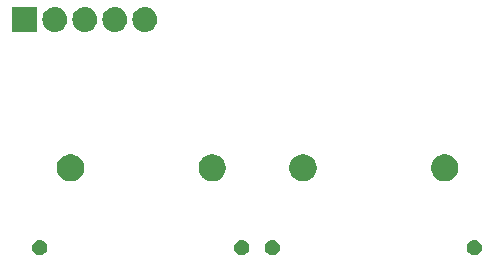
<source format=gbs>
G04 #@! TF.GenerationSoftware,KiCad,Pcbnew,(5.0.1)-3*
G04 #@! TF.CreationDate,2018-11-04T16:08:14+11:00*
G04 #@! TF.ProjectId,15_Channel_SSR_Driver,31355F4368616E6E656C5F5353525F44,1.1*
G04 #@! TF.SameCoordinates,PX7c25018PY69db1f0*
G04 #@! TF.FileFunction,Soldermask,Bot*
G04 #@! TF.FilePolarity,Negative*
%FSLAX46Y46*%
G04 Gerber Fmt 4.6, Leading zero omitted, Abs format (unit mm)*
G04 Created by KiCad (PCBNEW (5.0.1)-3) date 4/11/2018 4:08:14 PM*
%MOMM*%
%LPD*%
G01*
G04 APERTURE LIST*
%ADD10C,0.100000*%
G04 APERTURE END LIST*
D10*
G36*
X23517738Y-40648653D02*
X23559598Y-40656979D01*
X23594245Y-40671330D01*
X23677890Y-40705977D01*
X23784354Y-40777114D01*
X23874886Y-40867646D01*
X23946023Y-40974110D01*
X23995021Y-41092403D01*
X24020000Y-41217979D01*
X24020000Y-41346021D01*
X23995021Y-41471597D01*
X23946023Y-41589890D01*
X23874886Y-41696354D01*
X23784354Y-41786886D01*
X23677890Y-41858023D01*
X23594245Y-41892670D01*
X23559598Y-41907021D01*
X23517738Y-41915347D01*
X23434021Y-41932000D01*
X23305979Y-41932000D01*
X23222262Y-41915347D01*
X23180402Y-41907021D01*
X23145755Y-41892670D01*
X23062110Y-41858023D01*
X22955646Y-41786886D01*
X22865114Y-41696354D01*
X22793977Y-41589890D01*
X22744979Y-41471597D01*
X22720000Y-41346021D01*
X22720000Y-41217979D01*
X22744979Y-41092403D01*
X22793977Y-40974110D01*
X22865114Y-40867646D01*
X22955646Y-40777114D01*
X23062110Y-40705977D01*
X23145755Y-40671330D01*
X23180402Y-40656979D01*
X23222262Y-40648653D01*
X23305979Y-40632000D01*
X23434021Y-40632000D01*
X23517738Y-40648653D01*
X23517738Y-40648653D01*
G37*
G36*
X20932738Y-40648653D02*
X20974598Y-40656979D01*
X21009245Y-40671330D01*
X21092890Y-40705977D01*
X21199354Y-40777114D01*
X21289886Y-40867646D01*
X21361023Y-40974110D01*
X21410021Y-41092403D01*
X21435000Y-41217979D01*
X21435000Y-41346021D01*
X21410021Y-41471597D01*
X21361023Y-41589890D01*
X21289886Y-41696354D01*
X21199354Y-41786886D01*
X21092890Y-41858023D01*
X21009245Y-41892670D01*
X20974598Y-41907021D01*
X20932738Y-41915347D01*
X20849021Y-41932000D01*
X20720979Y-41932000D01*
X20637262Y-41915347D01*
X20595402Y-41907021D01*
X20560755Y-41892670D01*
X20477110Y-41858023D01*
X20370646Y-41786886D01*
X20280114Y-41696354D01*
X20208977Y-41589890D01*
X20159979Y-41471597D01*
X20135000Y-41346021D01*
X20135000Y-41217979D01*
X20159979Y-41092403D01*
X20208977Y-40974110D01*
X20280114Y-40867646D01*
X20370646Y-40777114D01*
X20477110Y-40705977D01*
X20560755Y-40671330D01*
X20595402Y-40656979D01*
X20637262Y-40648653D01*
X20720979Y-40632000D01*
X20849021Y-40632000D01*
X20932738Y-40648653D01*
X20932738Y-40648653D01*
G37*
G36*
X3832738Y-40648653D02*
X3874598Y-40656979D01*
X3909245Y-40671330D01*
X3992890Y-40705977D01*
X4099354Y-40777114D01*
X4189886Y-40867646D01*
X4261023Y-40974110D01*
X4310021Y-41092403D01*
X4335000Y-41217979D01*
X4335000Y-41346021D01*
X4310021Y-41471597D01*
X4261023Y-41589890D01*
X4189886Y-41696354D01*
X4099354Y-41786886D01*
X3992890Y-41858023D01*
X3909245Y-41892670D01*
X3874598Y-41907021D01*
X3832738Y-41915347D01*
X3749021Y-41932000D01*
X3620979Y-41932000D01*
X3537262Y-41915347D01*
X3495402Y-41907021D01*
X3460755Y-41892670D01*
X3377110Y-41858023D01*
X3270646Y-41786886D01*
X3180114Y-41696354D01*
X3108977Y-41589890D01*
X3059979Y-41471597D01*
X3035000Y-41346021D01*
X3035000Y-41217979D01*
X3059979Y-41092403D01*
X3108977Y-40974110D01*
X3180114Y-40867646D01*
X3270646Y-40777114D01*
X3377110Y-40705977D01*
X3460755Y-40671330D01*
X3495402Y-40656979D01*
X3537262Y-40648653D01*
X3620979Y-40632000D01*
X3749021Y-40632000D01*
X3832738Y-40648653D01*
X3832738Y-40648653D01*
G37*
G36*
X40617738Y-40648653D02*
X40659598Y-40656979D01*
X40694245Y-40671330D01*
X40777890Y-40705977D01*
X40884354Y-40777114D01*
X40974886Y-40867646D01*
X41046023Y-40974110D01*
X41095021Y-41092403D01*
X41120000Y-41217979D01*
X41120000Y-41346021D01*
X41095021Y-41471597D01*
X41046023Y-41589890D01*
X40974886Y-41696354D01*
X40884354Y-41786886D01*
X40777890Y-41858023D01*
X40694245Y-41892670D01*
X40659598Y-41907021D01*
X40617738Y-41915347D01*
X40534021Y-41932000D01*
X40405979Y-41932000D01*
X40322262Y-41915347D01*
X40280402Y-41907021D01*
X40245755Y-41892670D01*
X40162110Y-41858023D01*
X40055646Y-41786886D01*
X39965114Y-41696354D01*
X39893977Y-41589890D01*
X39844979Y-41471597D01*
X39820000Y-41346021D01*
X39820000Y-41217979D01*
X39844979Y-41092403D01*
X39893977Y-40974110D01*
X39965114Y-40867646D01*
X40055646Y-40777114D01*
X40162110Y-40705977D01*
X40245755Y-40671330D01*
X40280402Y-40656979D01*
X40322262Y-40648653D01*
X40405979Y-40632000D01*
X40534021Y-40632000D01*
X40617738Y-40648653D01*
X40617738Y-40648653D01*
G37*
G36*
X18610443Y-33436194D02*
X18819728Y-33522883D01*
X19008085Y-33648739D01*
X19168261Y-33808915D01*
X19294117Y-33997272D01*
X19380806Y-34206557D01*
X19425000Y-34428734D01*
X19425000Y-34655266D01*
X19380806Y-34877443D01*
X19294117Y-35086728D01*
X19168261Y-35275085D01*
X19008085Y-35435261D01*
X18819728Y-35561117D01*
X18610443Y-35647806D01*
X18388266Y-35692000D01*
X18161734Y-35692000D01*
X17939557Y-35647806D01*
X17730272Y-35561117D01*
X17541915Y-35435261D01*
X17381739Y-35275085D01*
X17255883Y-35086728D01*
X17169194Y-34877443D01*
X17125000Y-34655266D01*
X17125000Y-34428734D01*
X17169194Y-34206557D01*
X17255883Y-33997272D01*
X17381739Y-33808915D01*
X17541915Y-33648739D01*
X17730272Y-33522883D01*
X17939557Y-33436194D01*
X18161734Y-33392000D01*
X18388266Y-33392000D01*
X18610443Y-33436194D01*
X18610443Y-33436194D01*
G37*
G36*
X6620443Y-33436194D02*
X6829728Y-33522883D01*
X7018085Y-33648739D01*
X7178261Y-33808915D01*
X7304117Y-33997272D01*
X7390806Y-34206557D01*
X7435000Y-34428734D01*
X7435000Y-34655266D01*
X7390806Y-34877443D01*
X7304117Y-35086728D01*
X7178261Y-35275085D01*
X7018085Y-35435261D01*
X6829728Y-35561117D01*
X6620443Y-35647806D01*
X6398266Y-35692000D01*
X6171734Y-35692000D01*
X5949557Y-35647806D01*
X5740272Y-35561117D01*
X5551915Y-35435261D01*
X5391739Y-35275085D01*
X5265883Y-35086728D01*
X5179194Y-34877443D01*
X5135000Y-34655266D01*
X5135000Y-34428734D01*
X5179194Y-34206557D01*
X5265883Y-33997272D01*
X5391739Y-33808915D01*
X5551915Y-33648739D01*
X5740272Y-33522883D01*
X5949557Y-33436194D01*
X6171734Y-33392000D01*
X6398266Y-33392000D01*
X6620443Y-33436194D01*
X6620443Y-33436194D01*
G37*
G36*
X38295443Y-33436194D02*
X38504728Y-33522883D01*
X38693085Y-33648739D01*
X38853261Y-33808915D01*
X38979117Y-33997272D01*
X39065806Y-34206557D01*
X39110000Y-34428734D01*
X39110000Y-34655266D01*
X39065806Y-34877443D01*
X38979117Y-35086728D01*
X38853261Y-35275085D01*
X38693085Y-35435261D01*
X38504728Y-35561117D01*
X38295443Y-35647806D01*
X38073266Y-35692000D01*
X37846734Y-35692000D01*
X37624557Y-35647806D01*
X37415272Y-35561117D01*
X37226915Y-35435261D01*
X37066739Y-35275085D01*
X36940883Y-35086728D01*
X36854194Y-34877443D01*
X36810000Y-34655266D01*
X36810000Y-34428734D01*
X36854194Y-34206557D01*
X36940883Y-33997272D01*
X37066739Y-33808915D01*
X37226915Y-33648739D01*
X37415272Y-33522883D01*
X37624557Y-33436194D01*
X37846734Y-33392000D01*
X38073266Y-33392000D01*
X38295443Y-33436194D01*
X38295443Y-33436194D01*
G37*
G36*
X26305443Y-33436194D02*
X26514728Y-33522883D01*
X26703085Y-33648739D01*
X26863261Y-33808915D01*
X26989117Y-33997272D01*
X27075806Y-34206557D01*
X27120000Y-34428734D01*
X27120000Y-34655266D01*
X27075806Y-34877443D01*
X26989117Y-35086728D01*
X26863261Y-35275085D01*
X26703085Y-35435261D01*
X26514728Y-35561117D01*
X26305443Y-35647806D01*
X26083266Y-35692000D01*
X25856734Y-35692000D01*
X25634557Y-35647806D01*
X25425272Y-35561117D01*
X25236915Y-35435261D01*
X25076739Y-35275085D01*
X24950883Y-35086728D01*
X24864194Y-34877443D01*
X24820000Y-34655266D01*
X24820000Y-34428734D01*
X24864194Y-34206557D01*
X24950883Y-33997272D01*
X25076739Y-33808915D01*
X25236915Y-33648739D01*
X25425272Y-33522883D01*
X25634557Y-33436194D01*
X25856734Y-33392000D01*
X26083266Y-33392000D01*
X26305443Y-33436194D01*
X26305443Y-33436194D01*
G37*
G36*
X3463000Y-23021000D02*
X1363000Y-23021000D01*
X1363000Y-20921000D01*
X3463000Y-20921000D01*
X3463000Y-23021000D01*
X3463000Y-23021000D01*
G37*
G36*
X5081707Y-20928597D02*
X5158836Y-20936193D01*
X5290787Y-20976220D01*
X5356763Y-20996233D01*
X5539172Y-21093733D01*
X5699054Y-21224946D01*
X5830267Y-21384828D01*
X5927767Y-21567237D01*
X5927767Y-21567238D01*
X5987807Y-21765164D01*
X6008080Y-21971000D01*
X5987807Y-22176836D01*
X5947780Y-22308787D01*
X5927767Y-22374763D01*
X5830267Y-22557172D01*
X5699054Y-22717054D01*
X5539172Y-22848267D01*
X5356763Y-22945767D01*
X5290787Y-22965780D01*
X5158836Y-23005807D01*
X5081707Y-23013403D01*
X5004580Y-23021000D01*
X4901420Y-23021000D01*
X4824293Y-23013403D01*
X4747164Y-23005807D01*
X4615213Y-22965780D01*
X4549237Y-22945767D01*
X4366828Y-22848267D01*
X4206946Y-22717054D01*
X4075733Y-22557172D01*
X3978233Y-22374763D01*
X3958220Y-22308787D01*
X3918193Y-22176836D01*
X3897920Y-21971000D01*
X3918193Y-21765164D01*
X3978233Y-21567238D01*
X3978233Y-21567237D01*
X4075733Y-21384828D01*
X4206946Y-21224946D01*
X4366828Y-21093733D01*
X4549237Y-20996233D01*
X4615213Y-20976220D01*
X4747164Y-20936193D01*
X4824293Y-20928597D01*
X4901420Y-20921000D01*
X5004580Y-20921000D01*
X5081707Y-20928597D01*
X5081707Y-20928597D01*
G37*
G36*
X7621707Y-20928597D02*
X7698836Y-20936193D01*
X7830787Y-20976220D01*
X7896763Y-20996233D01*
X8079172Y-21093733D01*
X8239054Y-21224946D01*
X8370267Y-21384828D01*
X8467767Y-21567237D01*
X8467767Y-21567238D01*
X8527807Y-21765164D01*
X8548080Y-21971000D01*
X8527807Y-22176836D01*
X8487780Y-22308787D01*
X8467767Y-22374763D01*
X8370267Y-22557172D01*
X8239054Y-22717054D01*
X8079172Y-22848267D01*
X7896763Y-22945767D01*
X7830787Y-22965780D01*
X7698836Y-23005807D01*
X7621707Y-23013403D01*
X7544580Y-23021000D01*
X7441420Y-23021000D01*
X7364293Y-23013403D01*
X7287164Y-23005807D01*
X7155213Y-22965780D01*
X7089237Y-22945767D01*
X6906828Y-22848267D01*
X6746946Y-22717054D01*
X6615733Y-22557172D01*
X6518233Y-22374763D01*
X6498220Y-22308787D01*
X6458193Y-22176836D01*
X6437920Y-21971000D01*
X6458193Y-21765164D01*
X6518233Y-21567238D01*
X6518233Y-21567237D01*
X6615733Y-21384828D01*
X6746946Y-21224946D01*
X6906828Y-21093733D01*
X7089237Y-20996233D01*
X7155213Y-20976220D01*
X7287164Y-20936193D01*
X7364293Y-20928597D01*
X7441420Y-20921000D01*
X7544580Y-20921000D01*
X7621707Y-20928597D01*
X7621707Y-20928597D01*
G37*
G36*
X10161707Y-20928597D02*
X10238836Y-20936193D01*
X10370787Y-20976220D01*
X10436763Y-20996233D01*
X10619172Y-21093733D01*
X10779054Y-21224946D01*
X10910267Y-21384828D01*
X11007767Y-21567237D01*
X11007767Y-21567238D01*
X11067807Y-21765164D01*
X11088080Y-21971000D01*
X11067807Y-22176836D01*
X11027780Y-22308787D01*
X11007767Y-22374763D01*
X10910267Y-22557172D01*
X10779054Y-22717054D01*
X10619172Y-22848267D01*
X10436763Y-22945767D01*
X10370787Y-22965780D01*
X10238836Y-23005807D01*
X10161707Y-23013403D01*
X10084580Y-23021000D01*
X9981420Y-23021000D01*
X9904293Y-23013403D01*
X9827164Y-23005807D01*
X9695213Y-22965780D01*
X9629237Y-22945767D01*
X9446828Y-22848267D01*
X9286946Y-22717054D01*
X9155733Y-22557172D01*
X9058233Y-22374763D01*
X9038220Y-22308787D01*
X8998193Y-22176836D01*
X8977920Y-21971000D01*
X8998193Y-21765164D01*
X9058233Y-21567238D01*
X9058233Y-21567237D01*
X9155733Y-21384828D01*
X9286946Y-21224946D01*
X9446828Y-21093733D01*
X9629237Y-20996233D01*
X9695213Y-20976220D01*
X9827164Y-20936193D01*
X9904293Y-20928597D01*
X9981420Y-20921000D01*
X10084580Y-20921000D01*
X10161707Y-20928597D01*
X10161707Y-20928597D01*
G37*
G36*
X12701707Y-20928597D02*
X12778836Y-20936193D01*
X12910787Y-20976220D01*
X12976763Y-20996233D01*
X13159172Y-21093733D01*
X13319054Y-21224946D01*
X13450267Y-21384828D01*
X13547767Y-21567237D01*
X13547767Y-21567238D01*
X13607807Y-21765164D01*
X13628080Y-21971000D01*
X13607807Y-22176836D01*
X13567780Y-22308787D01*
X13547767Y-22374763D01*
X13450267Y-22557172D01*
X13319054Y-22717054D01*
X13159172Y-22848267D01*
X12976763Y-22945767D01*
X12910787Y-22965780D01*
X12778836Y-23005807D01*
X12701707Y-23013403D01*
X12624580Y-23021000D01*
X12521420Y-23021000D01*
X12444293Y-23013403D01*
X12367164Y-23005807D01*
X12235213Y-22965780D01*
X12169237Y-22945767D01*
X11986828Y-22848267D01*
X11826946Y-22717054D01*
X11695733Y-22557172D01*
X11598233Y-22374763D01*
X11578220Y-22308787D01*
X11538193Y-22176836D01*
X11517920Y-21971000D01*
X11538193Y-21765164D01*
X11598233Y-21567238D01*
X11598233Y-21567237D01*
X11695733Y-21384828D01*
X11826946Y-21224946D01*
X11986828Y-21093733D01*
X12169237Y-20996233D01*
X12235213Y-20976220D01*
X12367164Y-20936193D01*
X12444293Y-20928597D01*
X12521420Y-20921000D01*
X12624580Y-20921000D01*
X12701707Y-20928597D01*
X12701707Y-20928597D01*
G37*
M02*

</source>
